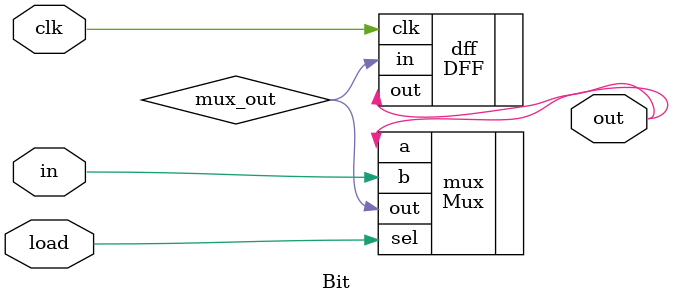
<source format=v>
/**
 * 1-bit register:
 * If load[t] == 1 then out[t+1] = in[t]
 *    else out does not change (out[t+1] = out[t])
 */

`default_nettype none
module Bit(
	input clk,
	input in,
	input load,
	output out
);

	// Put your code here:
	wire mux_out;
	Mux mux(.a(out), .b(in), .sel(load), .out(mux_out));
	DFF dff(.clk(clk), .in(mux_out), .out(out));

endmodule

</source>
